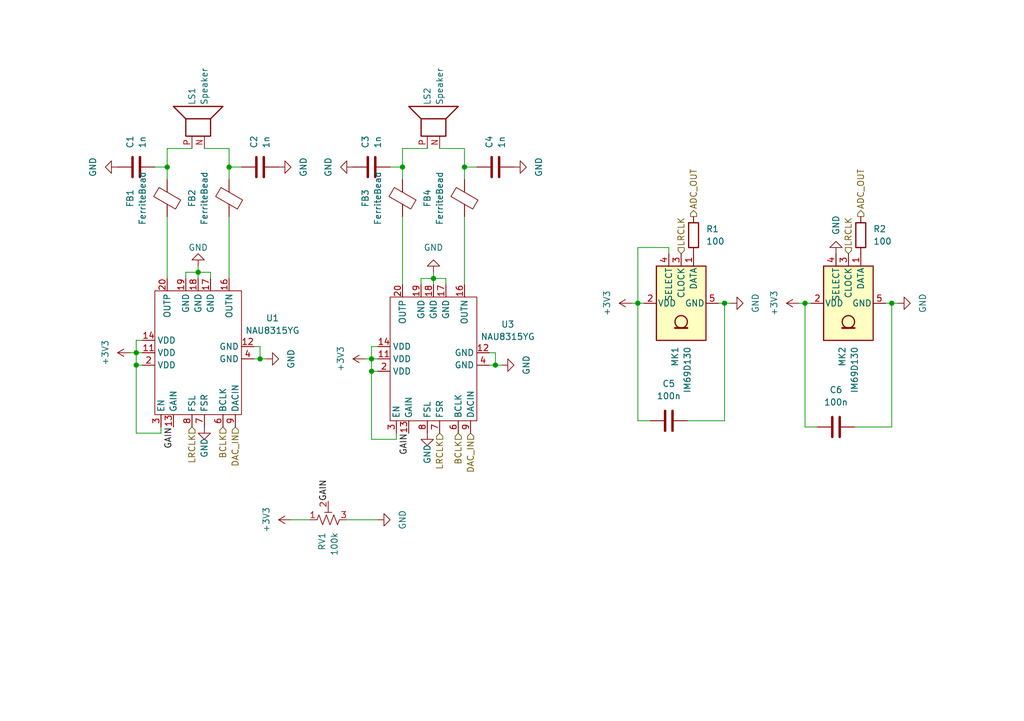
<source format=kicad_sch>
(kicad_sch (version 20211123) (generator eeschema)
  (paper "A5")
  (lib_symbols
    (symbol "Amplifier_Audio:NAU8315YG"
      (property "Reference" "U" (at -5.08 1.27 0))
      (property "Value" "NAU8315YG" (at 0 -1.27 0))
      (symbol "NAU8315YG_0_1"
        (rectangle (start -12.7 8.89) (end 12.7 -8.89))
      )
      (symbol "NAU8315YG_1_0"
        (pin no_connect line (at 35.56 13.97 0) (length 5.08) hide (name "NC") (number "1"))
        (pin no_connect line (at 35.56 8.89 0) (length 5.08) hide (name "NC") (number "10"))
        (pin no_connect line (at 35.56 6.35 0) (length 5.08) hide (name "NC") (number "15"))
        (pin no_connect line (at 35.56 3.81 0) (length 5.08) hide (name "NC") (number "21"))
        (pin no_connect line (at 35.56 11.43 0) (length 5.08) hide (name "NC") (number "5"))
      )
      (symbol "NAU8315YG_1_1"
        (pin power_in line (at 0 11.43 270) (length 2.54) (name "VDD") (number "11"))
        (pin power_in line (at 1.27 -11.43 90) (length 2.54) (name "GND") (number "12"))
        (pin input line (at -15.24 5.08 0) (length 2.54) (name "GAIN") (number "13"))
        (pin power_in line (at 2.54 11.43 270) (length 2.54) (name "VDD") (number "14"))
        (pin output line (at 15.24 -6.35 180) (length 2.54) (name "OUTN") (number "16"))
        (pin power_in line (at 15.24 -2.54 180) (length 2.54) (name "GND") (number "17"))
        (pin power_in line (at 15.24 0 180) (length 2.54) (name "GND") (number "18"))
        (pin power_in line (at 15.24 2.54 180) (length 2.54) (name "GND") (number "19"))
        (pin power_in line (at -2.54 11.43 270) (length 2.54) (name "VDD") (number "2"))
        (pin output line (at 15.24 6.35 180) (length 2.54) (name "OUTP") (number "20"))
        (pin input line (at -15.24 7.62 0) (length 2.54) (name "EN") (number "3"))
        (pin power_in line (at -1.27 -11.43 90) (length 2.54) (name "GND") (number "4"))
        (pin input line (at -15.24 -5.08 0) (length 2.54) (name "BCLK") (number "6"))
        (pin input line (at -15.24 -1.27 0) (length 2.54) (name "FSR") (number "7"))
        (pin input line (at -15.24 1.27 0) (length 2.54) (name "FSL") (number "8"))
        (pin input line (at -15.24 -7.62 0) (length 2.54) (name "DACIN") (number "9"))
      )
    )
    (symbol "Device:C" (pin_numbers hide) (pin_names (offset 0.254))
      (property "Reference" "C" (at 0.635 2.54 0))
      (property "Value" "C" (at 0.635 -2.54 0))
      (symbol "C_0_1"
        (polyline (pts (xy -2.032 -0.762) (xy 2.032 -0.762)) (stroke (width 0.508)))
        (polyline (pts (xy -2.032 0.762) (xy 2.032 0.762)) (stroke (width 0.508)))
      )
      (symbol "C_1_1"
        (pin passive line (at 0 3.81 270) (length 2.794) (name "~") (number "1"))
        (pin passive line (at 0 -3.81 90) (length 2.794) (name "~") (number "2"))
      )
    )
    (symbol "Device:FerriteBead" (pin_numbers hide) (pin_names (offset 0))
      (property "Reference" "FB" (at -3.81 0.635 90))
      (property "Value" "FerriteBead" (at 3.81 0 90))
      (symbol "FerriteBead_0_1"
        (polyline (pts (xy 0 -1.27) (xy 0 -1.2192)))
        (polyline (pts (xy 0 1.27) (xy 0 1.2954)))
        (polyline (pts (xy -2.7686 0.4064) (xy -1.7018 2.2606) (xy 2.7686 -0.3048) (xy 1.6764 -2.159) (xy -2.7686 0.4064)))
      )
      (symbol "FerriteBead_1_1"
        (pin passive line (at 0 3.81 270) (length 2.54) (name "~") (number "1"))
        (pin passive line (at 0 -3.81 90) (length 2.54) (name "~") (number "2"))
      )
    )
    (symbol "Device:R" (pin_numbers hide) (pin_names (offset 0))
      (property "Reference" "R" (at 2.032 0 90))
      (property "Value" "R" (at 0 0 90))
      (symbol "R_0_1"
        (rectangle (start -1.016 -2.54) (end 1.016 2.54) (stroke (width 0.254)))
      )
      (symbol "R_1_1"
        (pin passive line (at 0 3.81 270) (length 1.27) (name "~") (number "1"))
        (pin passive line (at 0 -3.81 90) (length 1.27) (name "~") (number "2"))
      )
    )
    (symbol "Device:R_Potentiometer_Trim_US" (pin_names (offset 1.016) hide)
      (property "Reference" "RV" (at -4.445 0 90))
      (property "Value" "R_Potentiometer_Trim_US" (at -2.54 0 90))
      (symbol "R_Potentiometer_Trim_US_0_1"
        (polyline (pts (xy 0 -2.286) (xy 0 -2.54)))
        (polyline (pts (xy 0 2.286) (xy 0 2.54)))
        (polyline (pts (xy 1.524 0.762) (xy 1.524 -0.762)))
        (polyline (pts (xy 2.54 0) (xy 1.524 0)))
        (polyline (pts (xy 0 -0.762) (xy 1.016 -1.143) (xy 0 -1.524) (xy -1.016 -1.905) (xy 0 -2.286)))
        (polyline (pts (xy 0 0.762) (xy 1.016 0.381) (xy 0 0) (xy -1.016 -0.381) (xy 0 -0.762)))
        (polyline (pts (xy 0 2.286) (xy 1.016 1.905) (xy 0 1.524) (xy -1.016 1.143) (xy 0 0.762)))
      )
      (symbol "R_Potentiometer_Trim_US_1_1"
        (pin passive line (at 0 3.81 270) (length 1.27) (name "1") (number "1"))
        (pin passive line (at 3.81 0 180) (length 1.27) (name "2") (number "2"))
        (pin passive line (at 0 -3.81 90) (length 1.27) (name "3") (number "3"))
      )
    )
    (symbol "Device:Speaker" (pin_names (offset 0) hide)
      (property "Reference" "LS2" (at -0.0001 5.08 0))
      (property "Value" "Speaker" (at 2.5399 5.08 0))
      (symbol "Speaker_0_0"
        (rectangle (start -2.54 1.27) (end 1.016 -3.81) (stroke (width 0.254)))
        (polyline (pts (xy 1.016 1.27) (xy 3.556 3.81) (xy 3.556 -6.35) (xy 1.016 -3.81)) (stroke (width 0.254)))
      )
      (symbol "Speaker_1_1"
        (pin input line (at -5.08 -2.54 0) (length 2.54) (name "2") (number "N"))
        (pin input line (at -5.08 0 0) (length 2.54) (name "1") (number "P"))
      )
    )
    (symbol "Sensor_Audio:IM69D130" (pin_names (offset 0.254))
      (property "Reference" "MK" (at -7.62 6.35 0))
      (property "Value" "IM69D130" (at 1.27 6.35 0))
      (symbol "IM69D130_0_1"
        (rectangle (start -7.62 5.08) (end 7.62 -5.08) (stroke (width 0.254)) (fill (type background)))
        (circle (center -3.81 0) (radius 1.27) (stroke (width 0.254)))
        (polyline (pts (xy -5.08 1.27) (xy -5.08 -1.27)) (stroke (width 0.381)))
      )
      (symbol "IM69D130_1_1"
        (pin output line (at 10.16 -2.54 180) (length 2.54) (name "DATA") (number "1"))
        (pin power_in line (at 0 7.62 270) (length 2.54) (name "VDD") (number "2"))
        (pin input line (at 10.16 0 180) (length 2.54) (name "CLOCK") (number "3"))
        (pin input line (at 10.16 2.54 180) (length 2.54) (name "SELECT") (number "4"))
        (pin power_in line (at 0 -7.62 90) (length 2.54) (name "GND") (number "5"))
      )
    )
    (symbol "Speaker_1" (pin_names (offset 0) hide)
      (property "Reference" "LS1" (at -0.0001 5.08 0))
      (property "Value" "Speaker_1" (at 2.5399 5.08 0))
      (symbol "Speaker_1_0_0"
        (rectangle (start -2.54 1.27) (end 1.016 -3.81) (stroke (width 0.254)))
        (polyline (pts (xy 1.016 1.27) (xy 3.556 3.81) (xy 3.556 -6.35) (xy 1.016 -3.81)) (stroke (width 0.254)))
      )
      (symbol "Speaker_1_1_1"
        (pin input line (at -5.08 -2.54 0) (length 2.54) (name "2") (number "N"))
        (pin input line (at -5.08 0 0) (length 2.54) (name "1") (number "P"))
      )
    )
    (symbol "power:+3V3" (power) (pin_names (offset 0))
      (property "Value" "+3V3" (at 0 3.556 0))
      (symbol "+3V3_0_1"
        (polyline (pts (xy -0.762 1.27) (xy 0 2.54)))
        (polyline (pts (xy 0 0) (xy 0 2.54)))
        (polyline (pts (xy 0 2.54) (xy 0.762 1.27)))
      )
      (symbol "+3V3_1_1"
        (pin power_in line (at 0 0 90) (length 0) hide (name "+3V3") (number "1"))
      )
    )
    (symbol "power:GND" (power) (pin_names (offset 0))
      (property "Value" "GND" (at 0 -3.81 0))
      (symbol "GND_0_1"
        (polyline (pts (xy 0 0) (xy 0 -1.27) (xy 1.27 -1.27) (xy 0 -2.54) (xy -1.27 -1.27) (xy 0 -1.27)))
      )
      (symbol "GND_1_1"
        (pin power_in line (at 0 0 270) (length 0) hide (name "GND") (number "1"))
      )
    )
  )
  (junction (at 27.94 72.39))
  (junction (at 165.1 62.23))
  (junction (at 101.6 74.93))
  (junction (at 34.29 34.29))
  (junction (at 182.88 62.23))
  (junction (at 53.34 73.66))
  (junction (at 40.64 55.88))
  (junction (at 95.25 34.29))
  (junction (at 88.9 57.15))
  (junction (at 76.2 76.2))
  (junction (at 148.59 62.23))
  (junction (at 27.94 74.93))
  (junction (at 130.81 62.23))
  (junction (at 82.55 34.29))
  (junction (at 46.99 34.29))
  (junction (at 76.2 73.66))
  (wire (pts (xy 34.29 34.29) (xy 34.29 30.48)))
  (wire (pts (xy 76.2 90.17) (xy 76.2 76.2)))
  (wire (pts (xy 54.61 73.66) (xy 53.34 73.66)))
  (wire (pts (xy 182.88 87.63) (xy 175.26 87.63)))
  (wire (pts (xy 34.29 34.29) (xy 31.75 34.29)))
  (wire (pts (xy 95.25 34.29) (xy 95.25 30.48)))
  (wire (pts (xy 38.1 55.88) (xy 40.64 55.88)))
  (wire (pts (xy 38.1 57.15) (xy 38.1 55.88)))
  (wire (pts (xy 59.69 106.68) (xy 63.5 106.68)))
  (wire (pts (xy 82.55 34.29) (xy 82.55 30.48)))
  (wire (pts (xy 71.12 106.68) (xy 77.47 106.68)))
  (wire (pts (xy 27.94 72.39) (xy 27.94 74.93)))
  (wire (pts (xy 137.16 52.07) (xy 137.16 50.8)))
  (wire (pts (xy 95.25 30.48) (xy 90.17 30.48)))
  (wire (pts (xy 95.25 34.29) (xy 97.79 34.29)))
  (wire (pts (xy 130.81 86.36) (xy 133.35 86.36)))
  (wire (pts (xy 46.99 36.83) (xy 46.99 34.29)))
  (wire (pts (xy 46.99 34.29) (xy 49.53 34.29)))
  (wire (pts (xy 165.1 87.63) (xy 167.64 87.63)))
  (wire (pts (xy 86.36 58.42) (xy 86.36 57.15)))
  (wire (pts (xy 76.2 73.66) (xy 77.47 73.66)))
  (wire (pts (xy 137.16 50.8) (xy 130.81 50.8)))
  (wire (pts (xy 27.94 69.85) (xy 27.94 72.39)))
  (wire (pts (xy 76.2 90.17) (xy 81.28 90.17)))
  (wire (pts (xy 52.07 71.12) (xy 53.34 71.12)))
  (wire (pts (xy 88.9 57.15) (xy 88.9 55.88)))
  (wire (pts (xy 40.64 55.88) (xy 40.64 57.15)))
  (wire (pts (xy 163.83 62.23) (xy 165.1 62.23)))
  (wire (pts (xy 53.34 71.12) (xy 53.34 73.66)))
  (wire (pts (xy 91.44 58.42) (xy 91.44 57.15)))
  (wire (pts (xy 82.55 34.29) (xy 80.01 34.29)))
  (wire (pts (xy 148.59 86.36) (xy 148.59 62.23)))
  (wire (pts (xy 184.15 62.23) (xy 182.88 62.23)))
  (wire (pts (xy 76.2 76.2) (xy 76.2 73.66)))
  (wire (pts (xy 88.9 57.15) (xy 88.9 58.42)))
  (wire (pts (xy 149.86 62.23) (xy 148.59 62.23)))
  (wire (pts (xy 88.9 57.15) (xy 91.44 57.15)))
  (wire (pts (xy 82.55 36.83) (xy 82.55 34.29)))
  (wire (pts (xy 130.81 62.23) (xy 130.81 50.8)))
  (wire (pts (xy 74.93 73.66) (xy 76.2 73.66)))
  (wire (pts (xy 46.99 34.29) (xy 46.99 30.48)))
  (wire (pts (xy 86.36 57.15) (xy 88.9 57.15)))
  (wire (pts (xy 129.54 62.23) (xy 130.81 62.23)))
  (wire (pts (xy 140.97 86.36) (xy 148.59 86.36)))
  (wire (pts (xy 53.34 73.66) (xy 52.07 73.66)))
  (wire (pts (xy 40.64 55.88) (xy 43.18 55.88)))
  (wire (pts (xy 100.33 72.39) (xy 101.6 72.39)))
  (wire (pts (xy 101.6 74.93) (xy 102.87 74.93)))
  (wire (pts (xy 27.94 74.93) (xy 27.94 88.9)))
  (wire (pts (xy 130.81 62.23) (xy 132.08 62.23)))
  (wire (pts (xy 34.29 30.48) (xy 39.37 30.48)))
  (wire (pts (xy 43.18 55.88) (xy 43.18 57.15)))
  (wire (pts (xy 27.94 72.39) (xy 29.21 72.39)))
  (wire (pts (xy 46.99 44.45) (xy 46.99 57.15)))
  (wire (pts (xy 95.25 58.42) (xy 95.25 44.45)))
  (wire (pts (xy 182.88 62.23) (xy 181.61 62.23)))
  (wire (pts (xy 27.94 88.9) (xy 33.02 88.9)))
  (wire (pts (xy 130.81 62.23) (xy 130.81 86.36)))
  (wire (pts (xy 76.2 76.2) (xy 77.47 76.2)))
  (wire (pts (xy 34.29 44.45) (xy 34.29 57.15)))
  (wire (pts (xy 82.55 44.45) (xy 82.55 58.42)))
  (wire (pts (xy 100.33 74.93) (xy 101.6 74.93)))
  (wire (pts (xy 40.64 55.88) (xy 40.64 54.61)))
  (wire (pts (xy 165.1 62.23) (xy 165.1 87.63)))
  (wire (pts (xy 26.67 72.39) (xy 27.94 72.39)))
  (wire (pts (xy 76.2 71.12) (xy 76.2 73.66)))
  (wire (pts (xy 27.94 74.93) (xy 29.21 74.93)))
  (wire (pts (xy 46.99 30.48) (xy 41.91 30.48)))
  (wire (pts (xy 81.28 88.9) (xy 81.28 90.17)))
  (wire (pts (xy 77.47 71.12) (xy 76.2 71.12)))
  (wire (pts (xy 182.88 62.23) (xy 182.88 87.63)))
  (wire (pts (xy 34.29 36.83) (xy 34.29 34.29)))
  (wire (pts (xy 82.55 30.48) (xy 87.63 30.48)))
  (wire (pts (xy 101.6 72.39) (xy 101.6 74.93)))
  (wire (pts (xy 95.25 36.83) (xy 95.25 34.29)))
  (wire (pts (xy 165.1 62.23) (xy 166.37 62.23)))
  (wire (pts (xy 33.02 87.63) (xy 33.02 88.9)))
  (wire (pts (xy 148.59 62.23) (xy 147.32 62.23)))
  (wire (pts (xy 29.21 69.85) (xy 27.94 69.85)))
  (label "GAIN" (at 83.82 88.9 270))
  (label "GAIN" (at 67.31 102.87 90))
  (label "GAIN" (at 35.56 87.63 270))
  (hierarchical_label "DAC_IN" (shape input) (at 48.26 87.63 270))
  (hierarchical_label "LRCLK" (shape input) (at 139.7 52.07 90))
  (hierarchical_label "DAC_IN" (shape input) (at 96.52 88.9 270))
  (hierarchical_label "BCLK" (shape input) (at 93.98 88.9 270))
  (hierarchical_label "ADC_OUT" (shape output) (at 142.24 44.45 90))
  (hierarchical_label "LRCLK" (shape input) (at 39.37 87.63 270))
  (hierarchical_label "LRCLK" (shape input) (at 173.99 52.07 90))
  (hierarchical_label "ADC_OUT" (shape output) (at 176.53 44.45 90))
  (hierarchical_label "LRCLK" (shape input) (at 90.17 88.9 270))
  (hierarchical_label "BCLK" (shape input) (at 45.72 87.63 270))
  (symbol (lib_id "Device:R_Potentiometer_Trim_US") (at 67.31 106.68 90) (unit 1)
    (property "Reference" "RV1" (at 66.0399 109.22 0) (effects (justify right)))
    (property "Value" "100k" (at 68.5799 109.22 0) (effects (justify right)))
    (property "Footprint" "Custom:TRIM_3352T-1-104LF" (effects hide))
  )
  (symbol (lib_id "Device:FerriteBead") (at 46.99 40.64 180) (unit 1)
    (property "Reference" "FB2" (at 39.37 40.6908 90))
    (property "Value" "FerriteBead" (at 41.91 40.6908 90))
    (property "Footprint" "Inductor_SMD:L_0201_0603Metric" (effects hide))
  )
  (symbol (lib_id "power:GND") (at 40.64 54.61 180) (unit 1)
    (property "Reference" "#PWR0124" (effects hide))
    (property "Value" "GND" (at 40.64 50.8 0))
  )
  (symbol (lib_id "power:GND") (at 77.47 106.68 90) (unit 1)
    (property "Reference" "#PWR0106" (effects hide))
    (property "Value" "GND" (at 82.55 106.68 0))
  )
  (symbol (lib_id "power:+3V3") (at 26.67 72.39 90) (unit 1)
    (property "Reference" "#PWR0101" (effects hide))
    (property "Value" "+3V3" (at 21.59 72.39 0))
  )
  (symbol (lib_id "power:GND") (at 54.61 73.66 90) (unit 1)
    (property "Reference" "#PWR0104" (effects hide))
    (property "Value" "GND" (at 59.69 73.66 0))
  )
  (symbol (lib_id "power:GND") (at 24.13 34.29 270) (unit 1)
    (property "Reference" "#PWR0102" (effects hide))
    (property "Value" "GND" (at 19.05 34.29 0))
  )
  (symbol (lib_id "Device:FerriteBead") (at 95.25 40.64 180) (unit 1)
    (property "Reference" "FB4" (at 87.63 40.6908 90))
    (property "Value" "FerriteBead" (at 90.17 40.6908 90))
    (property "Footprint" "Inductor_SMD:L_0201_0603Metric" (effects hide))
  )
  (symbol (lib_id "Device:R") (at 142.24 48.26 0) (unit 1)
    (property "Reference" "R1" (at 144.78 46.9899 0) (effects (justify left)))
    (property "Value" "100" (at 144.78 49.5299 0) (effects (justify left)))
    (property "Footprint" "Resistor_SMD:R_0201_0603Metric" (effects hide))
  )
  (symbol (lib_id "Device:Speaker") (at 87.63 25.4 90) (unit 1)
    (property "Reference" "LS2" (at 87.63 21.59 0) (effects (justify left)))
    (property "Value" "Speaker" (at 90.17 21.59 0) (effects (justify left)))
    (property "Footprint" "Custom:SPKR_AS01508MS-SC11-WP-R" (effects hide))
  )
  (symbol (lib_id "Device:C") (at 27.94 34.29 90) (unit 1)
    (property "Reference" "C1" (at 26.6699 30.48 0) (effects (justify left)))
    (property "Value" "1n" (at 29.2099 30.48 0) (effects (justify left)))
    (property "Footprint" "Capacitor_SMD:C_0201_0603Metric" (effects hide))
  )
  (symbol (lib_id "Device:C") (at 76.2 34.29 90) (unit 1)
    (property "Reference" "C3" (at 74.9299 30.48 0) (effects (justify left)))
    (property "Value" "1n" (at 77.4699 30.48 0) (effects (justify left)))
    (property "Footprint" "Capacitor_SMD:C_0201_0603Metric" (effects hide))
  )
  (symbol (lib_id "Device:C") (at 137.16 86.36 90) (unit 1)
    (property "Reference" "C5" (at 137.16 78.74 90))
    (property "Value" "100n" (at 137.16 81.28 90))
    (property "Footprint" "Capacitor_SMD:C_0201_0603Metric" (effects hide))
  )
  (symbol (lib_id "power:GND") (at 102.87 74.93 90) (unit 1)
    (property "Reference" "#PWR0122" (effects hide))
    (property "Value" "GND" (at 107.95 74.93 0))
  )
  (symbol (lib_id "power:GND") (at 88.9 55.88 180) (unit 1)
    (property "Reference" "#PWR0125" (effects hide))
    (property "Value" "GND" (at 88.9 50.8 0))
  )
  (symbol (lib_id "power:GND") (at 57.15 34.29 90) (unit 1)
    (property "Reference" "#PWR0116" (effects hide))
    (property "Value" "GND" (at 62.23 34.29 0))
  )
  (symbol (lib_id "power:GND") (at 171.45 52.07 180) (unit 1)
    (property "Reference" "#PWR0117" (effects hide))
    (property "Value" "GND" (at 171.45 48.26 90) (effects (justify right)))
  )
  (symbol (lib_id "power:+3V3") (at 59.69 106.68 90) (unit 1)
    (property "Reference" "#PWR0108" (effects hide))
    (property "Value" "+3V3" (at 54.61 106.68 0))
  )
  (symbol (lib_id "power:GND") (at 149.86 62.23 90) (unit 1)
    (property "Reference" "#PWR0119" (effects hide))
    (property "Value" "GND" (at 154.94 62.23 0))
  )
  (symbol (lib_id "power:GND") (at 184.15 62.23 90) (unit 1)
    (property "Reference" "#PWR0118" (effects hide))
    (property "Value" "GND" (at 189.23 62.23 0))
  )
  (symbol (lib_name "Speaker_1") (lib_id "Device:Speaker") (at 39.37 25.4 90) (unit 1)
    (property "Reference" "LS1" (at 39.37 21.59 0) (effects (justify left)))
    (property "Value" "Speaker" (at 41.91 21.59 0) (effects (justify left)))
    (property "Footprint" "Custom:SPKR_AS01508MS-SC11-WP-R" (effects hide))
  )
  (symbol (lib_id "power:GND") (at 87.63 88.9 0) (unit 1)
    (property "Reference" "#PWR0107" (effects hide))
    (property "Value" "GND" (at 87.63 95.25 90) (effects (justify left)))
  )
  (symbol (lib_id "Device:C") (at 53.34 34.29 90) (unit 1)
    (property "Reference" "C2" (at 52.0699 30.48 0) (effects (justify left)))
    (property "Value" "1n" (at 54.6099 30.48 0) (effects (justify left)))
    (property "Footprint" "Capacitor_SMD:C_0201_0603Metric" (effects hide))
  )
  (symbol (lib_id "Device:C") (at 171.45 87.63 90) (unit 1)
    (property "Reference" "C6" (at 171.45 80.01 90))
    (property "Value" "100n" (at 171.45 82.55 90))
    (property "Footprint" "Capacitor_SMD:C_0201_0603Metric" (effects hide))
  )
  (symbol (lib_id "Device:C") (at 101.6 34.29 90) (unit 1)
    (property "Reference" "C4" (at 100.3299 30.48 0) (effects (justify left)))
    (property "Value" "1n" (at 102.8699 30.48 0) (effects (justify left)))
    (property "Footprint" "Capacitor_SMD:C_0201_0603Metric" (effects hide))
  )
  (symbol (lib_id "power:+3V3") (at 163.83 62.23 90) (unit 1)
    (property "Reference" "#PWR0120" (effects hide))
    (property "Value" "+3V3" (at 158.75 62.23 0))
  )
  (symbol (lib_id "power:+3V3") (at 74.93 73.66 90) (unit 1)
    (property "Reference" "#PWR0105" (effects hide))
    (property "Value" "+3V3" (at 69.85 73.66 0))
  )
  (symbol (lib_id "power:GND") (at 72.39 34.29 270) (unit 1)
    (property "Reference" "#PWR0109" (effects hide))
    (property "Value" "GND" (at 67.31 34.29 0))
  )
  (symbol (lib_id "Device:R") (at 176.53 48.26 0) (unit 1)
    (property "Reference" "R2" (at 179.07 46.9899 0) (effects (justify left)))
    (property "Value" "100" (at 179.07 49.5299 0) (effects (justify left)))
    (property "Footprint" "Resistor_SMD:R_0201_0603Metric" (effects hide))
  )
  (symbol (lib_id "power:GND") (at 105.41 34.29 90) (unit 1)
    (property "Reference" "#PWR0123" (effects hide))
    (property "Value" "GND" (at 110.49 34.29 0))
  )
  (symbol (lib_id "power:GND") (at 41.91 87.63 0) (unit 1)
    (property "Reference" "#PWR0103" (effects hide))
    (property "Value" "GND" (at 41.91 93.98 90) (effects (justify left)))
  )
  (symbol (lib_id "Device:FerriteBead") (at 82.55 40.64 180) (unit 1)
    (property "Reference" "FB3" (at 74.93 40.6908 90))
    (property "Value" "FerriteBead" (at 77.47 40.6908 90))
    (property "Footprint" "Inductor_SMD:L_0201_0603Metric" (effects hide))
  )
  (symbol (lib_id "Sensor_Audio:IM69D130") (at 173.99 62.23 90) (unit 1)
    (property "Reference" "MK2" (at 172.7199 71.12 0) (effects (justify right)))
    (property "Value" "IM69D130" (at 175.2599 71.12 0) (effects (justify right)))
    (property "Footprint" "Sensor_Audio:Infineon_PG-LLGA-5-1" (effects hide))
    (property "Datasheet" "https://www.infineon.com/dgdl/Infineon-IM69D130-DS-v01_00-EN.pdf?fileId=5546d462602a9dc801607a0e46511a2e" (effects hide))
  )
  (symbol (lib_id "Amplifier_Audio:NAU8315YG") (at 88.9 73.66 90) (unit 1)
    (property "Reference" "U3" (at 104.14 66.5605 90))
    (property "Value" "NAU8315YG" (at 104.14 69.1005 90))
    (property "Footprint" "Custom:QFN50P400X400X80-21N" (effects hide))
  )
  (symbol (lib_id "power:+3V3") (at 129.54 62.23 90) (unit 1)
    (property "Reference" "#PWR0121" (effects hide))
    (property "Value" "+3V3" (at 124.46 62.23 0))
  )
  (symbol (lib_id "Amplifier_Audio:NAU8315YG") (at 40.64 72.39 90) (unit 1)
    (property "Reference" "U1" (at 55.88 65.2905 90))
    (property "Value" "NAU8315YG" (at 55.88 67.8305 90))
    (property "Footprint" "Custom:QFN50P400X400X80-21N" (effects hide))
  )
  (symbol (lib_id "Sensor_Audio:IM69D130") (at 139.7 62.23 90) (unit 1)
    (property "Reference" "MK1" (at 138.4299 71.12 0) (effects (justify right)))
    (property "Value" "IM69D130" (at 140.9699 71.12 0) (effects (justify right)))
    (property "Footprint" "Sensor_Audio:Infineon_PG-LLGA-5-1" (effects hide))
    (property "Datasheet" "https://www.infineon.com/dgdl/Infineon-IM69D130-DS-v01_00-EN.pdf?fileId=5546d462602a9dc801607a0e46511a2e" (effects hide))
  )
  (symbol (lib_id "Device:FerriteBead") (at 34.29 40.64 180) (unit 1)
    (property "Reference" "FB1" (at 26.67 40.6908 90))
    (property "Value" "FerriteBead" (at 29.21 40.6908 90))
    (property "Footprint" "Inductor_SMD:L_0201_0603Metric" (effects hide))
  )
)
</source>
